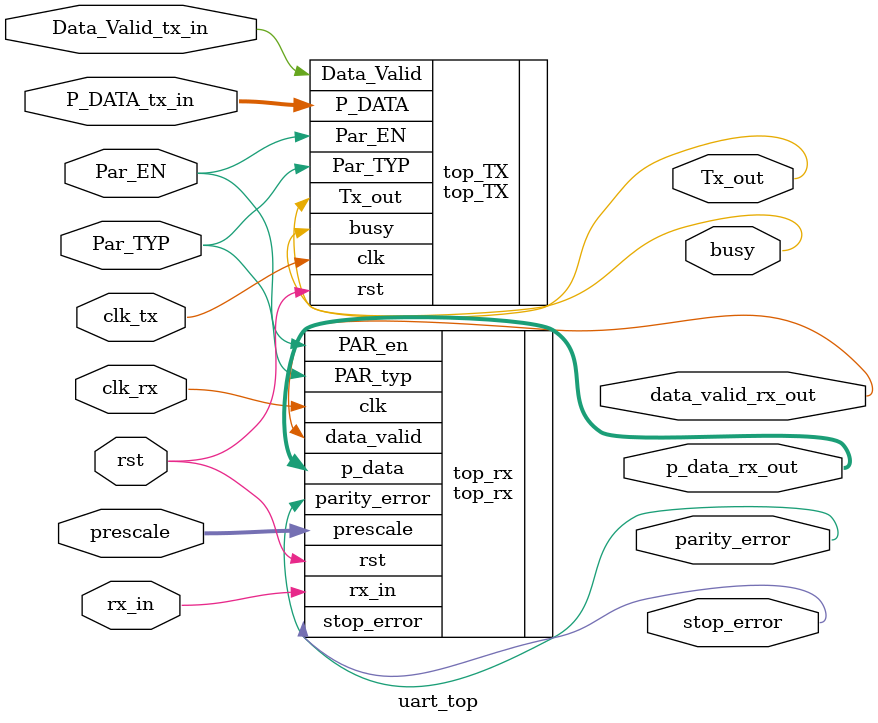
<source format=v>
module uart_top (
//tx
input wire [7:0] P_DATA_tx_in,
input wire 		 Data_Valid_tx_in,
input wire 		 clk_tx ,
output wire 	 Tx_out , busy	,

//rx
input	wire			rx_in  , clk_rx  ,
input   wire	[5:0]	prescale ,

output	wire	[7:0]	p_data_rx_out	,
output  wire			parity_error , stop_error , data_valid_rx_out ,

//commen
input wire 		 Par_EN , Par_TYP , rst
);

top_TX top_TX (
.P_DATA		(P_DATA_tx_in),
.Data_Valid	(Data_Valid_tx_in),
.Par_EN		(Par_EN),
.Par_TYP	(Par_TYP),
.clk		(clk_tx),
.rst		(rst),
.Tx_out		(Tx_out),
.busy		(busy)

);

top_rx top_rx (
.rx_in			(rx_in),
.PAR_en			(Par_EN) , 
.PAR_typ		(Par_TYP) , 
.clk			(clk_rx) , 
.rst			(rst) ,
.prescale		(prescale) ,
.p_data			(p_data_rx_out) ,
.parity_error 	(parity_error), 
.stop_error 	(stop_error), 
.data_valid		(data_valid_rx_out) 

);



endmodule
</source>
